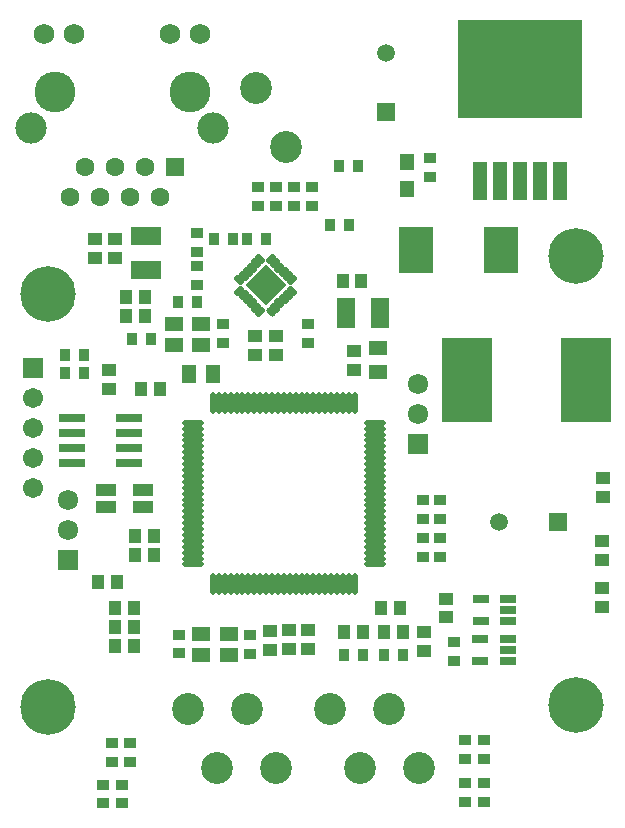
<source format=gts>
G04*
G04 #@! TF.GenerationSoftware,Altium Limited,Altium Designer,20.0.13 (296)*
G04*
G04 Layer_Color=8388736*
%FSLAX44Y44*%
%MOMM*%
G71*
G01*
G75*
%ADD43R,1.0200X0.8200*%
%ADD44R,1.2032X1.0032*%
%ADD45R,0.8200X1.0200*%
%ADD46R,1.6032X1.2032*%
%ADD47R,1.0032X1.2032*%
%ADD48R,1.5032X1.3032*%
%ADD49R,1.7032X1.1032*%
%ADD50R,1.2032X1.6032*%
%ADD51R,1.6200X2.5200*%
%ADD52R,2.3200X0.7200*%
%ADD53R,2.5200X1.6200*%
G04:AMPARAMS|DCode=54|XSize=0.504mm|YSize=0.914mm|CornerRadius=0.182mm|HoleSize=0mm|Usage=FLASHONLY|Rotation=45.000|XOffset=0mm|YOffset=0mm|HoleType=Round|Shape=RoundedRectangle|*
%AMROUNDEDRECTD54*
21,1,0.5040,0.5500,0,0,45.0*
21,1,0.1400,0.9140,0,0,45.0*
1,1,0.3640,0.2439,-0.1450*
1,1,0.3640,0.1450,-0.2439*
1,1,0.3640,-0.2439,0.1450*
1,1,0.3640,-0.1450,0.2439*
%
%ADD54ROUNDEDRECTD54*%
G04:AMPARAMS|DCode=55|XSize=0.4832mm|YSize=0.8932mm|CornerRadius=0.1716mm|HoleSize=0mm|Usage=FLASHONLY|Rotation=45.000|XOffset=0mm|YOffset=0mm|HoleType=Round|Shape=RoundedRectangle|*
%AMROUNDEDRECTD55*
21,1,0.4832,0.5500,0,0,45.0*
21,1,0.1400,0.8932,0,0,45.0*
1,1,0.3432,0.2439,-0.1450*
1,1,0.3432,0.1450,-0.2439*
1,1,0.3432,-0.2439,0.1450*
1,1,0.3432,-0.1450,0.2439*
%
%ADD55ROUNDEDRECTD55*%
G04:AMPARAMS|DCode=56|XSize=0.504mm|YSize=0.914mm|CornerRadius=0.182mm|HoleSize=0mm|Usage=FLASHONLY|Rotation=135.000|XOffset=0mm|YOffset=0mm|HoleType=Round|Shape=RoundedRectangle|*
%AMROUNDEDRECTD56*
21,1,0.5040,0.5500,0,0,135.0*
21,1,0.1400,0.9140,0,0,135.0*
1,1,0.3640,0.1450,0.2439*
1,1,0.3640,0.2439,0.1450*
1,1,0.3640,-0.1450,-0.2439*
1,1,0.3640,-0.2439,-0.1450*
%
%ADD56ROUNDEDRECTD56*%
%ADD57P,3.5203X4X90.0*%
G04:AMPARAMS|DCode=58|XSize=1.784mm|YSize=0.504mm|CornerRadius=0.147mm|HoleSize=0mm|Usage=FLASHONLY|Rotation=90.000|XOffset=0mm|YOffset=0mm|HoleType=Round|Shape=RoundedRectangle|*
%AMROUNDEDRECTD58*
21,1,1.7840,0.2100,0,0,90.0*
21,1,1.4900,0.5040,0,0,90.0*
1,1,0.2940,0.1050,0.7450*
1,1,0.2940,0.1050,-0.7450*
1,1,0.2940,-0.1050,-0.7450*
1,1,0.2940,-0.1050,0.7450*
%
%ADD58ROUNDEDRECTD58*%
G04:AMPARAMS|DCode=59|XSize=1.784mm|YSize=0.504mm|CornerRadius=0.147mm|HoleSize=0mm|Usage=FLASHONLY|Rotation=180.000|XOffset=0mm|YOffset=0mm|HoleType=Round|Shape=RoundedRectangle|*
%AMROUNDEDRECTD59*
21,1,1.7840,0.2100,0,0,180.0*
21,1,1.4900,0.5040,0,0,180.0*
1,1,0.2940,-0.7450,0.1050*
1,1,0.2940,0.7450,0.1050*
1,1,0.2940,0.7450,-0.1050*
1,1,0.2940,-0.7450,-0.1050*
%
%ADD59ROUNDEDRECTD59*%
%ADD60R,1.3400X0.7400*%
%ADD61R,10.5700X8.4200*%
%ADD62R,1.1700X3.3200*%
%ADD63R,1.2200X1.3700*%
%ADD64R,4.2032X7.2032*%
%ADD65R,2.9972X4.0132*%
%ADD66C,2.7032*%
%ADD67C,1.7200*%
%ADD68R,1.7200X1.7200*%
%ADD69C,4.7032*%
%ADD70C,1.5200*%
%ADD71R,1.5200X1.5200*%
%ADD72R,1.5200X1.5200*%
%ADD73C,3.4532*%
%ADD74C,2.6482*%
%ADD75C,1.7332*%
%ADD76C,1.6012*%
%ADD77R,1.6012X1.6012*%
%ADD78C,1.7032*%
%ADD79R,1.7032X1.7032*%
G36*
X412750Y143875D02*
Y137125D01*
X399625D01*
Y143875D01*
X412750D01*
D02*
G37*
G36*
Y162875D02*
Y156125D01*
X399625D01*
Y162875D01*
X412750D01*
D02*
G37*
G36*
X435875Y143875D02*
Y137125D01*
X422750D01*
Y143875D01*
X435875D01*
D02*
G37*
G36*
Y153375D02*
Y146625D01*
X422750D01*
Y153375D01*
X435875D01*
D02*
G37*
G36*
Y162875D02*
Y156125D01*
X422750D01*
Y162875D01*
X435875D01*
D02*
G37*
G36*
X436125Y190375D02*
X423000D01*
Y197125D01*
X436125D01*
Y190375D01*
D02*
G37*
G36*
X413000D02*
X399875D01*
Y197125D01*
X413000D01*
Y190375D01*
D02*
G37*
G36*
X436125Y180875D02*
X423000D01*
Y187625D01*
X436125D01*
Y180875D01*
D02*
G37*
G36*
Y171375D02*
X423000D01*
Y178125D01*
X436125D01*
Y171375D01*
D02*
G37*
G36*
X413000D02*
X399875D01*
Y178125D01*
X413000D01*
Y171375D01*
D02*
G37*
D43*
X409250Y58250D02*
D03*
Y74250D02*
D03*
X393500Y74000D02*
D03*
Y58000D02*
D03*
X109750Y55250D02*
D03*
Y71250D02*
D03*
X94000Y71250D02*
D03*
Y55250D02*
D03*
X409000Y37750D02*
D03*
Y21750D02*
D03*
X87000Y36250D02*
D03*
Y20250D02*
D03*
X393500Y37750D02*
D03*
Y21750D02*
D03*
X103000Y36250D02*
D03*
Y20250D02*
D03*
X383500Y157250D02*
D03*
Y141250D02*
D03*
X372000Y261000D02*
D03*
Y277000D02*
D03*
X372000Y228750D02*
D03*
Y244750D02*
D03*
X358000Y228750D02*
D03*
Y244750D02*
D03*
Y261000D02*
D03*
Y277000D02*
D03*
X211500Y146750D02*
D03*
Y162750D02*
D03*
X151250Y163250D02*
D03*
Y147250D02*
D03*
X260250Y410500D02*
D03*
Y426500D02*
D03*
X188500Y410250D02*
D03*
Y426250D02*
D03*
X166500Y475250D02*
D03*
Y459250D02*
D03*
Y487250D02*
D03*
Y503250D02*
D03*
X232750Y541750D02*
D03*
Y525750D02*
D03*
X217500Y541750D02*
D03*
Y525750D02*
D03*
X263500Y541750D02*
D03*
Y525750D02*
D03*
X248000Y541750D02*
D03*
Y525750D02*
D03*
X363250Y566750D02*
D03*
Y550750D02*
D03*
D44*
X358750Y149500D02*
D03*
Y165500D02*
D03*
X299300Y387500D02*
D03*
Y403500D02*
D03*
X377250Y193750D02*
D03*
Y177750D02*
D03*
X260000Y150750D02*
D03*
Y166750D02*
D03*
X244000Y150750D02*
D03*
Y166750D02*
D03*
X228000Y150500D02*
D03*
Y166500D02*
D03*
X215250Y416250D02*
D03*
Y400250D02*
D03*
X96500Y498119D02*
D03*
Y482119D02*
D03*
X80250Y498119D02*
D03*
Y482119D02*
D03*
X91500Y387000D02*
D03*
Y371000D02*
D03*
X233250Y416250D02*
D03*
Y400250D02*
D03*
X508750Y202750D02*
D03*
Y186750D02*
D03*
X509250Y226250D02*
D03*
Y242250D02*
D03*
X509750Y279500D02*
D03*
Y295500D02*
D03*
D45*
X306750Y146000D02*
D03*
X290750D02*
D03*
X324500D02*
D03*
X340500D02*
D03*
X54500Y384500D02*
D03*
X70500D02*
D03*
X54500Y399750D02*
D03*
X70500D02*
D03*
X111500Y413500D02*
D03*
X127500D02*
D03*
X286750Y560000D02*
D03*
X302750D02*
D03*
X166500Y445000D02*
D03*
X150500D02*
D03*
X278750Y509750D02*
D03*
X294750D02*
D03*
X196500Y498500D02*
D03*
X180500D02*
D03*
X208500D02*
D03*
X224500D02*
D03*
D46*
X319300Y385500D02*
D03*
Y405500D02*
D03*
D47*
X291000Y165000D02*
D03*
X307000D02*
D03*
X338250Y185500D02*
D03*
X322250D02*
D03*
X340500Y165000D02*
D03*
X324500D02*
D03*
X113000Y185750D02*
D03*
X97000D02*
D03*
X113000Y169500D02*
D03*
X97000D02*
D03*
X113000Y153500D02*
D03*
X97000D02*
D03*
X82500Y208000D02*
D03*
X98500D02*
D03*
X129600Y247050D02*
D03*
X113600D02*
D03*
X129600Y230800D02*
D03*
X113600D02*
D03*
X134750Y370750D02*
D03*
X118750D02*
D03*
X289500Y462750D02*
D03*
X305500D02*
D03*
X122400Y432800D02*
D03*
X106400D02*
D03*
X122400Y448800D02*
D03*
X106400D02*
D03*
D48*
X193000Y146000D02*
D03*
X170000D02*
D03*
Y164000D02*
D03*
X193000D02*
D03*
X169500Y408000D02*
D03*
X146500D02*
D03*
Y426000D02*
D03*
X169500D02*
D03*
D49*
X120250Y271500D02*
D03*
Y285500D02*
D03*
X89250D02*
D03*
Y271500D02*
D03*
D50*
X159500Y383750D02*
D03*
X179500D02*
D03*
D51*
X321500Y435750D02*
D03*
X292500D02*
D03*
D52*
X60500Y346300D02*
D03*
Y333600D02*
D03*
Y320900D02*
D03*
Y308200D02*
D03*
X108500Y346300D02*
D03*
Y333600D02*
D03*
Y320900D02*
D03*
Y308200D02*
D03*
D53*
X122750Y471500D02*
D03*
Y500500D02*
D03*
D54*
X219786Y481036D02*
D03*
X216250Y477500D02*
D03*
X202108Y463358D02*
D03*
X205644Y466893D02*
D03*
X212714Y473965D02*
D03*
X209179Y470429D02*
D03*
X235978Y443629D02*
D03*
X239514Y447165D02*
D03*
X232442Y440094D02*
D03*
X243050Y450701D02*
D03*
X246585Y454236D02*
D03*
D55*
X228907Y436559D02*
D03*
D56*
Y481036D02*
D03*
X232442Y477500D02*
D03*
X246585Y463358D02*
D03*
X243050Y466893D02*
D03*
X235978Y473964D02*
D03*
X239514Y470429D02*
D03*
X202108Y454236D02*
D03*
X205644Y450701D02*
D03*
X219786Y436559D02*
D03*
X216250Y440094D02*
D03*
X209179Y447165D02*
D03*
X212714Y443629D02*
D03*
D57*
X224347Y458797D02*
D03*
D58*
X179750Y359350D02*
D03*
X184750D02*
D03*
X189750D02*
D03*
X194750D02*
D03*
X199750D02*
D03*
X204750D02*
D03*
X209750D02*
D03*
X214750D02*
D03*
X219750D02*
D03*
X224750D02*
D03*
X229750D02*
D03*
X234750D02*
D03*
X239750D02*
D03*
X244750D02*
D03*
X249750D02*
D03*
X254750D02*
D03*
X259750D02*
D03*
X264750D02*
D03*
X269750D02*
D03*
X274750D02*
D03*
X279750D02*
D03*
X284750D02*
D03*
X289750D02*
D03*
X294750D02*
D03*
X299750D02*
D03*
Y205750D02*
D03*
X294750D02*
D03*
X289750D02*
D03*
X284750D02*
D03*
X279750D02*
D03*
X274750D02*
D03*
X269750D02*
D03*
X264750D02*
D03*
X259750D02*
D03*
X254750D02*
D03*
X249750D02*
D03*
X244750D02*
D03*
X239750D02*
D03*
X234750D02*
D03*
X229750D02*
D03*
X224750D02*
D03*
X219750D02*
D03*
X214750D02*
D03*
X209750D02*
D03*
X204750D02*
D03*
X199750D02*
D03*
X194750D02*
D03*
X189750D02*
D03*
X184750D02*
D03*
X179750D02*
D03*
D59*
X162950Y222550D02*
D03*
Y227550D02*
D03*
Y232550D02*
D03*
Y237550D02*
D03*
Y242550D02*
D03*
Y247550D02*
D03*
Y252550D02*
D03*
Y257550D02*
D03*
Y262550D02*
D03*
Y267550D02*
D03*
Y272550D02*
D03*
Y277550D02*
D03*
Y282550D02*
D03*
Y287550D02*
D03*
Y292550D02*
D03*
Y297550D02*
D03*
Y302550D02*
D03*
Y307550D02*
D03*
Y312550D02*
D03*
Y317550D02*
D03*
Y322550D02*
D03*
Y327550D02*
D03*
Y332550D02*
D03*
Y337550D02*
D03*
Y342550D02*
D03*
X316550D02*
D03*
Y337550D02*
D03*
Y332550D02*
D03*
Y327550D02*
D03*
Y322550D02*
D03*
Y317550D02*
D03*
Y312550D02*
D03*
Y307550D02*
D03*
Y302550D02*
D03*
Y297550D02*
D03*
Y292550D02*
D03*
Y287550D02*
D03*
Y282550D02*
D03*
Y277550D02*
D03*
Y272550D02*
D03*
Y267550D02*
D03*
Y262550D02*
D03*
Y257550D02*
D03*
Y252550D02*
D03*
Y247550D02*
D03*
Y242550D02*
D03*
Y237550D02*
D03*
Y232550D02*
D03*
Y227550D02*
D03*
Y222550D02*
D03*
D60*
X406500Y174750D02*
D03*
Y193750D02*
D03*
X429500D02*
D03*
Y184250D02*
D03*
Y174750D02*
D03*
X406250Y140500D02*
D03*
Y159500D02*
D03*
X429250D02*
D03*
Y150000D02*
D03*
Y140500D02*
D03*
D61*
X439750Y641750D02*
D03*
D62*
X473750Y547250D02*
D03*
X456750D02*
D03*
X439750D02*
D03*
X422750D02*
D03*
X405750D02*
D03*
D63*
X343750Y540250D02*
D03*
Y563250D02*
D03*
D64*
X495250Y378500D02*
D03*
X395250D02*
D03*
D65*
X423435Y488750D02*
D03*
X352065D02*
D03*
D66*
X233250Y50000D02*
D03*
X208250Y100000D02*
D03*
X183250Y50000D02*
D03*
X158250Y100000D02*
D03*
X279000D02*
D03*
X304000Y50000D02*
D03*
X329000Y100000D02*
D03*
X354000Y50000D02*
D03*
X241500Y576000D02*
D03*
X216500Y626000D02*
D03*
D67*
X56750Y251600D02*
D03*
Y277000D02*
D03*
X353250Y375650D02*
D03*
Y350250D02*
D03*
D68*
X56750Y226200D02*
D03*
X353250Y324850D02*
D03*
D69*
X40250Y451750D02*
D03*
Y101500D02*
D03*
X486750Y103500D02*
D03*
Y484000D02*
D03*
D70*
X326000Y655500D02*
D03*
X422000Y258500D02*
D03*
D71*
X326000Y605500D02*
D03*
D72*
X472000Y258500D02*
D03*
D73*
X159900Y623000D02*
D03*
X45600D02*
D03*
D74*
X25300Y592500D02*
D03*
X180200D02*
D03*
D75*
X61900Y672000D02*
D03*
X36500D02*
D03*
X143600D02*
D03*
X169000D02*
D03*
D76*
X58350Y534100D02*
D03*
X71050Y559500D02*
D03*
X83750Y534100D02*
D03*
X96450Y559500D02*
D03*
X109150Y534100D02*
D03*
X121850Y559500D02*
D03*
X134550Y534100D02*
D03*
D77*
X147250Y559500D02*
D03*
D78*
X27750Y287450D02*
D03*
Y312850D02*
D03*
Y338250D02*
D03*
Y363650D02*
D03*
D79*
Y389050D02*
D03*
M02*

</source>
